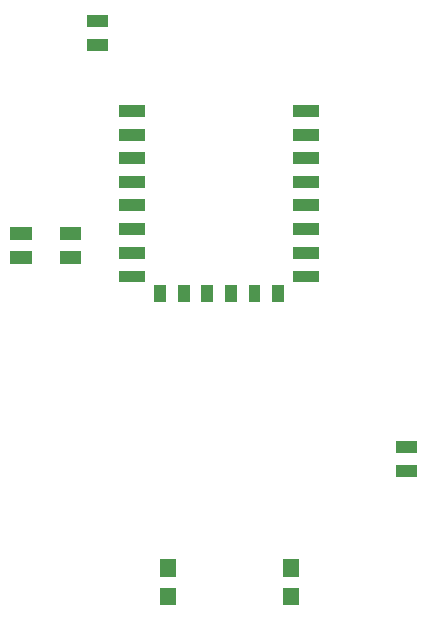
<source format=gbp>
G04 Layer: BottomPasteMaskLayer*
G04 EasyEDA v6.5.3, 2022-04-03 23:40:25*
G04 a321ff13c4ce4c21ba8c8ab1f3bc68dd,81413e43fb254311a4bdf48f3ba91f1a,10*
G04 Gerber Generator version 0.2*
G04 Scale: 100 percent, Rotated: No, Reflected: No *
G04 Dimensions in millimeters *
G04 leading zeros omitted , absolute positions ,4 integer and 5 decimal *
%FSLAX45Y45*%
%MOMM*%

%ADD10C,0.0001*%

%LPD*%
G36*
X4282800Y8672489D02*
G01*
X4282800Y8776497D01*
X4099199Y8776497D01*
X4099199Y8672489D01*
G37*
G36*
X4282800Y8876502D02*
G01*
X4282800Y8980510D01*
X4099199Y8980510D01*
X4099199Y8876502D01*
G37*
G36*
X1438000Y10482239D02*
G01*
X1438000Y10586247D01*
X1254399Y10586247D01*
X1254399Y10482239D01*
G37*
G36*
X1438000Y10686252D02*
G01*
X1438000Y10790260D01*
X1254399Y10790260D01*
X1254399Y10686252D01*
G37*
G36*
X1018900Y10482239D02*
G01*
X1018900Y10586247D01*
X835299Y10586247D01*
X835299Y10482239D01*
G37*
G36*
X1018900Y10686252D02*
G01*
X1018900Y10790260D01*
X835299Y10790260D01*
X835299Y10686252D01*
G37*
G36*
X1666600Y12279289D02*
G01*
X1666600Y12383297D01*
X1482999Y12383297D01*
X1482999Y12279289D01*
G37*
G36*
X1666600Y12483302D02*
G01*
X1666600Y12587310D01*
X1482999Y12587310D01*
X1482999Y12483302D01*
G37*
G36*
X3452622Y11825478D02*
G01*
X3232658Y11825478D01*
X3232658Y11725402D01*
X3452622Y11725402D01*
G37*
G36*
X3452622Y11624818D02*
G01*
X3232658Y11624818D01*
X3232658Y11524742D01*
X3452622Y11524742D01*
G37*
G36*
X3452622Y11424158D02*
G01*
X3232658Y11424158D01*
X3232658Y11324081D01*
X3452622Y11324081D01*
G37*
G36*
X3452622Y11223497D02*
G01*
X3232658Y11223497D01*
X3232658Y11123421D01*
X3452622Y11123421D01*
G37*
G36*
X3452622Y11025378D02*
G01*
X3232658Y11025378D01*
X3232658Y10925302D01*
X3452622Y10925302D01*
G37*
G36*
X3452622Y10824718D02*
G01*
X3232658Y10824718D01*
X3232658Y10724642D01*
X3452622Y10724642D01*
G37*
G36*
X3452622Y10624058D02*
G01*
X3232658Y10624058D01*
X3232658Y10523981D01*
X3452622Y10523981D01*
G37*
G36*
X3452622Y10423397D02*
G01*
X3232658Y10423397D01*
X3232658Y10323321D01*
X3452622Y10323321D01*
G37*
G36*
X3153918Y10153522D02*
G01*
X3153918Y10303637D01*
X3053841Y10303637D01*
X3053841Y10153522D01*
G37*
G36*
X2953258Y10153522D02*
G01*
X2953258Y10303637D01*
X2853181Y10303637D01*
X2853181Y10153522D01*
G37*
G36*
X2752597Y10153522D02*
G01*
X2752597Y10303637D01*
X2652522Y10303637D01*
X2652522Y10153522D01*
G37*
G36*
X2554477Y10153522D02*
G01*
X2554477Y10303637D01*
X2454402Y10303637D01*
X2454402Y10153522D01*
G37*
G36*
X2353818Y10153522D02*
G01*
X2353818Y10303637D01*
X2253741Y10303637D01*
X2253741Y10153522D01*
G37*
G36*
X2153158Y10153522D02*
G01*
X2153158Y10303637D01*
X2053081Y10303637D01*
X2053081Y10153522D01*
G37*
G36*
X1974341Y10423397D02*
G01*
X1754378Y10423397D01*
X1754378Y10323321D01*
X1974341Y10323321D01*
G37*
G36*
X1974341Y10624058D02*
G01*
X1754378Y10624058D01*
X1754378Y10523981D01*
X1974341Y10523981D01*
G37*
G36*
X1974341Y10824718D02*
G01*
X1754378Y10824718D01*
X1754378Y10724642D01*
X1974341Y10724642D01*
G37*
G36*
X1974341Y11025378D02*
G01*
X1754378Y11025378D01*
X1754378Y10925302D01*
X1974341Y10925302D01*
G37*
G36*
X1974341Y11223497D02*
G01*
X1754378Y11223497D01*
X1754378Y11123421D01*
X1974341Y11123421D01*
G37*
G36*
X1974341Y11424158D02*
G01*
X1754378Y11424158D01*
X1754378Y11324081D01*
X1974341Y11324081D01*
G37*
G36*
X1974341Y11624818D02*
G01*
X1754378Y11624818D01*
X1754378Y11524742D01*
X1974341Y11524742D01*
G37*
G36*
X1974341Y11825478D02*
G01*
X1754378Y11825478D01*
X1754378Y11725402D01*
X1974341Y11725402D01*
G37*
G36*
X2239645Y7590099D02*
G01*
X2239645Y7740101D01*
X2103754Y7740101D01*
X2103754Y7590099D01*
G37*
G36*
X2239645Y7830098D02*
G01*
X2239645Y7980098D01*
X2103754Y7980098D01*
X2103754Y7830098D01*
G37*
G36*
X3281045Y7590099D02*
G01*
X3281045Y7740101D01*
X3145154Y7740101D01*
X3145154Y7590099D01*
G37*
G36*
X3281045Y7830098D02*
G01*
X3281045Y7980098D01*
X3145154Y7980098D01*
X3145154Y7830098D01*
G37*
M02*

</source>
